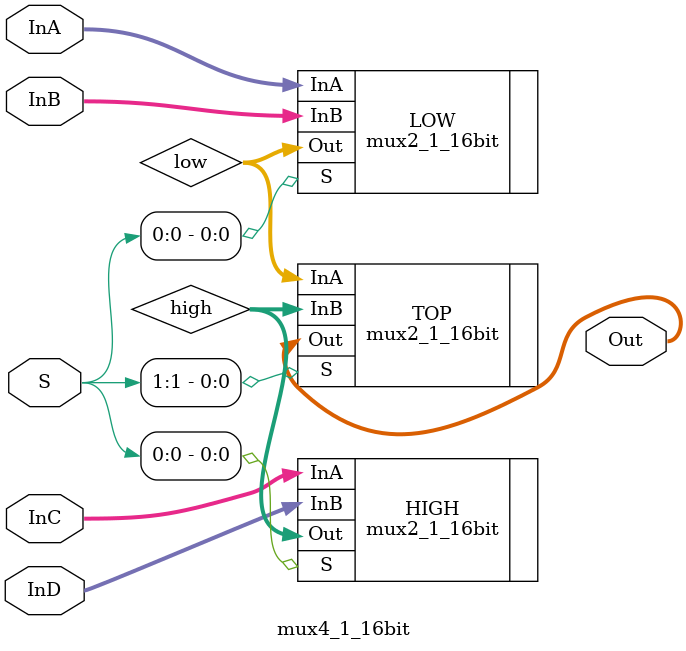
<source format=v>
module mux4_1_16bit(InD, InC, InB, InA, S, Out);

	input [15:0] InD, InC, InB, InA;
	input [1:0] S;
	output [15:0] Out;
	
	wire [15:0] low, high;

	mux2_1_16bit LOW (.InB(InB[15:0]), .InA(InA[15:0]), .S(S[0]), .Out(low[15:0]));
	mux2_1_16bit HIGH(.InB(InD[15:0]), .InA(InC[15:0]), .S(S[0]), .Out(high[15:0]));

	mux2_1_16bit TOP (.InB(high[15:0]), .InA(low[15:0]), .S(S[1]), .Out(Out[15:0]));

endmodule

</source>
